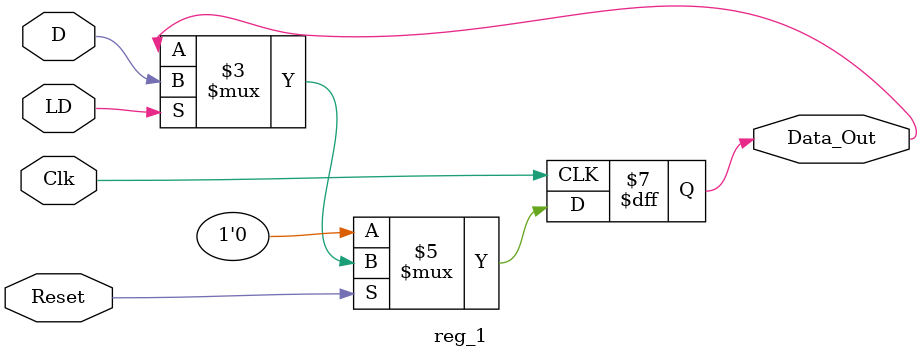
<source format=sv>
module reg_1(input  logic Clk, LD, Reset,
              input  logic D,
              output logic Data_Out);

    always_ff @ (posedge Clk)
    begin
	 	 if (LD) //notice, this is a sycnrhonous reset, which is recommended on the FPGA
			  Data_Out <= D;
		 if(~Reset)
			  Data_Out <= 16'b0;

    end

endmodule

			
</source>
